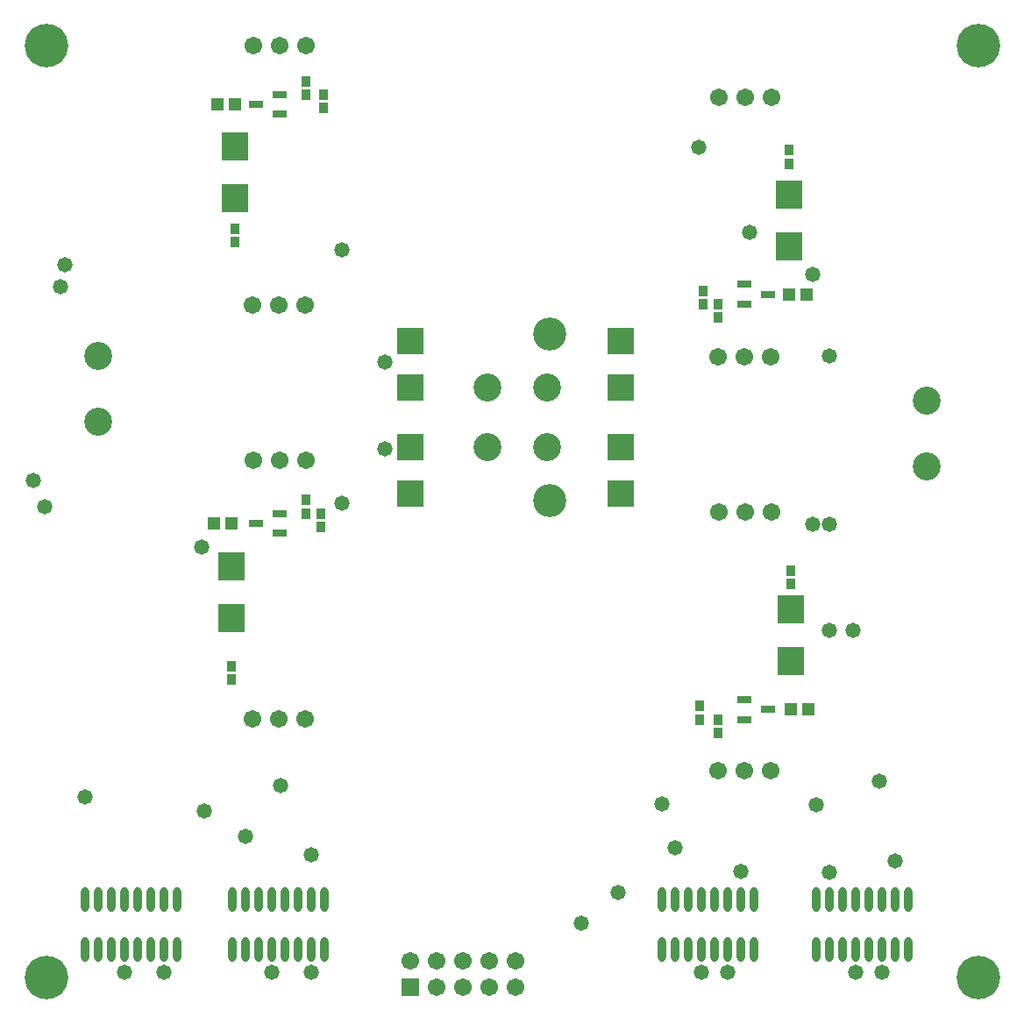
<source format=gbs>
%FSLAX24Y24*%
%MOIN*%
G70*
G01*
G75*
G04 Layer_Color=16711935*
%ADD10R,0.0276X0.0354*%
%ADD11R,0.0906X0.0906*%
%ADD12R,0.0354X0.0276*%
%ADD13R,0.0394X0.0433*%
%ADD14R,0.0591X0.0236*%
%ADD15C,0.0787*%
%ADD16C,0.0100*%
%ADD17C,0.0984*%
%ADD18C,0.1575*%
%ADD19C,0.0591*%
%ADD20C,0.1181*%
%ADD21R,0.0591X0.0591*%
%ADD22C,0.0500*%
%ADD23R,0.0906X0.0906*%
%ADD24R,0.0433X0.0394*%
%ADD25R,0.0906X0.0984*%
%ADD26R,0.0453X0.0236*%
%ADD27O,0.0236X0.0866*%
%ADD28C,0.0098*%
%ADD29C,0.0079*%
%ADD30C,0.0394*%
%ADD31C,0.0090*%
%ADD32C,0.0080*%
%ADD33R,0.0356X0.0434*%
%ADD34R,0.0986X0.0986*%
%ADD35R,0.0434X0.0356*%
%ADD36R,0.0474X0.0513*%
%ADD37R,0.0671X0.0316*%
%ADD38C,0.1064*%
%ADD39C,0.1655*%
%ADD40C,0.0671*%
%ADD41C,0.1261*%
%ADD42R,0.0671X0.0671*%
%ADD43C,0.0580*%
%ADD44R,0.0986X0.0986*%
%ADD45R,0.0513X0.0474*%
%ADD46R,0.0986X0.1064*%
%ADD47R,0.0533X0.0316*%
%ADD48O,0.0316X0.0946*%
D33*
X11843Y19620D02*
D03*
Y20132D02*
D03*
X12428Y19109D02*
D03*
Y19620D02*
D03*
X9018Y13819D02*
D03*
Y13307D02*
D03*
X9135Y30456D02*
D03*
Y29944D02*
D03*
X12512Y35039D02*
D03*
Y35550D02*
D03*
X11843D02*
D03*
Y36062D02*
D03*
X30220Y32924D02*
D03*
Y33435D02*
D03*
X26954Y28097D02*
D03*
Y27585D02*
D03*
X27528D02*
D03*
Y27073D02*
D03*
X30265Y16944D02*
D03*
Y17456D02*
D03*
X26800Y12308D02*
D03*
Y11796D02*
D03*
X27528D02*
D03*
Y11284D02*
D03*
D38*
X3937Y23100D02*
D03*
Y25600D02*
D03*
X21000Y22156D02*
D03*
Y24400D02*
D03*
X18756D02*
D03*
Y22156D02*
D03*
X35433Y21400D02*
D03*
Y23900D02*
D03*
D39*
X37402Y1969D02*
D03*
X1969Y37402D02*
D03*
Y1969D02*
D03*
X37402Y37402D02*
D03*
D40*
X11811Y11811D02*
D03*
X10811D02*
D03*
X9811D02*
D03*
X11811Y27559D02*
D03*
X10811D02*
D03*
X9811D02*
D03*
X29528Y9843D02*
D03*
X28528D02*
D03*
X27528D02*
D03*
X29559Y19685D02*
D03*
X28559D02*
D03*
X27559D02*
D03*
X11843Y21654D02*
D03*
X10843D02*
D03*
X9843D02*
D03*
X11843Y37402D02*
D03*
X10843D02*
D03*
X9843D02*
D03*
X29559Y35433D02*
D03*
X28559D02*
D03*
X27559D02*
D03*
X29528Y25591D02*
D03*
X28528D02*
D03*
X27528D02*
D03*
X15800Y2600D02*
D03*
X16800Y1600D02*
D03*
Y2600D02*
D03*
X17800Y1600D02*
D03*
Y2600D02*
D03*
X18800Y1600D02*
D03*
Y2600D02*
D03*
X19800Y1600D02*
D03*
Y2600D02*
D03*
D41*
X21130Y26435D02*
D03*
Y20120D02*
D03*
D42*
X15800Y1600D02*
D03*
D43*
X26772Y33543D02*
D03*
X22320Y4058D02*
D03*
X10550Y2167D02*
D03*
X26889Y2176D02*
D03*
X32750D02*
D03*
X4950D02*
D03*
X27889Y2180D02*
D03*
X33750Y2175D02*
D03*
X6450Y2172D02*
D03*
X12050Y2168D02*
D03*
X25889Y6929D02*
D03*
X7874Y18346D02*
D03*
X28389Y6026D02*
D03*
X31732Y5984D02*
D03*
X34250Y6417D02*
D03*
X9550Y7333D02*
D03*
X12050Y6651D02*
D03*
X33661Y9449D02*
D03*
X10866Y9291D02*
D03*
X3450Y8844D02*
D03*
X7992Y8307D02*
D03*
X25389Y8578D02*
D03*
X31250Y8533D02*
D03*
X23698Y5200D02*
D03*
X1496Y20866D02*
D03*
X2677Y29094D02*
D03*
X1929Y19882D02*
D03*
X2500Y28248D02*
D03*
X28701Y30315D02*
D03*
X31123Y28720D02*
D03*
X31732Y25630D02*
D03*
X31102Y19213D02*
D03*
X31732D02*
D03*
X31750Y15197D02*
D03*
X32638D02*
D03*
X14843Y25394D02*
D03*
Y22087D02*
D03*
X13228Y20000D02*
D03*
Y29646D02*
D03*
D44*
X23800Y24400D02*
D03*
Y26172D02*
D03*
X15800Y22156D02*
D03*
Y20384D02*
D03*
Y24400D02*
D03*
Y26172D02*
D03*
X23800Y22156D02*
D03*
Y20384D02*
D03*
D45*
X8349Y19246D02*
D03*
X9018D02*
D03*
X8465Y35176D02*
D03*
X9135D02*
D03*
X30889Y27959D02*
D03*
X30220D02*
D03*
X30935Y12170D02*
D03*
X30265D02*
D03*
D46*
X9018Y15652D02*
D03*
Y17620D02*
D03*
X9135Y31616D02*
D03*
Y33584D02*
D03*
X30220Y31764D02*
D03*
Y29795D02*
D03*
X30265Y15984D02*
D03*
Y14016D02*
D03*
D47*
X9957Y19246D02*
D03*
X10843Y18872D02*
D03*
Y19620D02*
D03*
X9957Y35176D02*
D03*
X10843Y34802D02*
D03*
Y35550D02*
D03*
X29413Y27959D02*
D03*
X28528Y28333D02*
D03*
Y27585D02*
D03*
X29413Y12170D02*
D03*
X28528Y12544D02*
D03*
Y11796D02*
D03*
D48*
X25389Y4945D02*
D03*
X25889D02*
D03*
X26389D02*
D03*
X26889D02*
D03*
X27389D02*
D03*
X27889D02*
D03*
X28389D02*
D03*
X28889D02*
D03*
X25389Y3055D02*
D03*
X25889D02*
D03*
X26389D02*
D03*
X26889D02*
D03*
X27389D02*
D03*
X27889D02*
D03*
X28389D02*
D03*
X28889D02*
D03*
X31250Y4945D02*
D03*
X31750D02*
D03*
X32250D02*
D03*
X32750D02*
D03*
X33250D02*
D03*
X33750D02*
D03*
X34250D02*
D03*
X34750D02*
D03*
X31250Y3055D02*
D03*
X31750D02*
D03*
X32250D02*
D03*
X32750D02*
D03*
X33250D02*
D03*
X33750D02*
D03*
X34250D02*
D03*
X34750D02*
D03*
X12550D02*
D03*
X12050D02*
D03*
X11550D02*
D03*
X11050D02*
D03*
X10550D02*
D03*
X10050D02*
D03*
X9550D02*
D03*
X9050D02*
D03*
X12550Y4945D02*
D03*
X12050D02*
D03*
X11550D02*
D03*
X11050D02*
D03*
X10550D02*
D03*
X10050D02*
D03*
X9550D02*
D03*
X9050D02*
D03*
X3450D02*
D03*
X3950D02*
D03*
X4450D02*
D03*
X4950D02*
D03*
X5450D02*
D03*
X5950D02*
D03*
X6450D02*
D03*
X6950D02*
D03*
X3450Y3055D02*
D03*
X3950D02*
D03*
X4450D02*
D03*
X4950D02*
D03*
X5450D02*
D03*
X5950D02*
D03*
X6450D02*
D03*
X6950D02*
D03*
M02*

</source>
